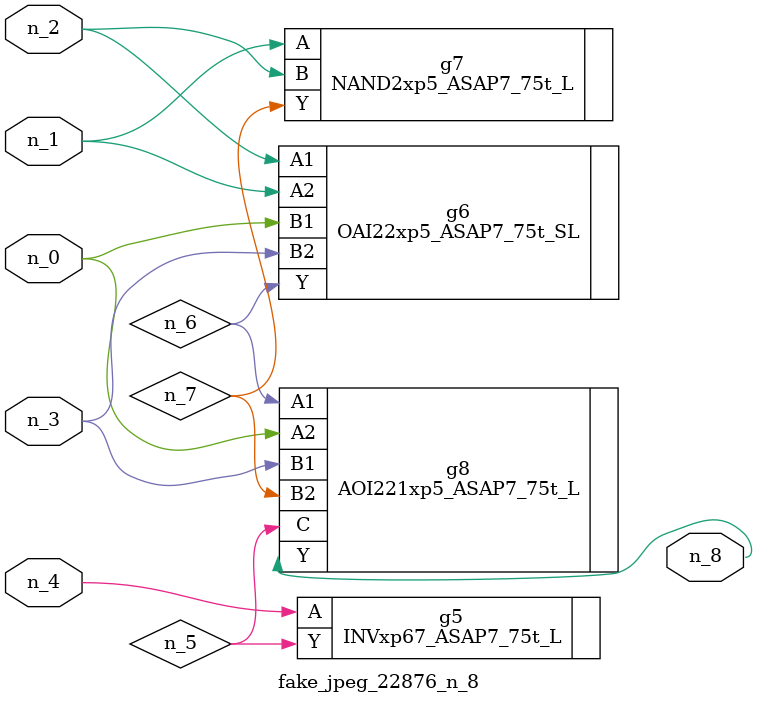
<source format=v>
module fake_jpeg_22876_n_8 (n_3, n_2, n_1, n_0, n_4, n_8);

input n_3;
input n_2;
input n_1;
input n_0;
input n_4;

output n_8;

wire n_6;
wire n_5;
wire n_7;

INVxp67_ASAP7_75t_L g5 ( 
.A(n_4),
.Y(n_5)
);

OAI22xp5_ASAP7_75t_SL g6 ( 
.A1(n_2),
.A2(n_1),
.B1(n_0),
.B2(n_3),
.Y(n_6)
);

NAND2xp5_ASAP7_75t_L g7 ( 
.A(n_1),
.B(n_2),
.Y(n_7)
);

AOI221xp5_ASAP7_75t_L g8 ( 
.A1(n_6),
.A2(n_0),
.B1(n_3),
.B2(n_7),
.C(n_5),
.Y(n_8)
);


endmodule
</source>
